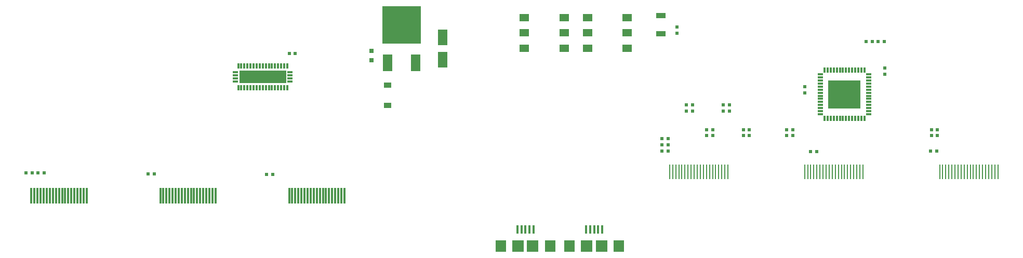
<source format=gtp>
%TF.GenerationSoftware,Altium Limited,Altium Designer,24.10.1 (45)*%
G04 Layer_Color=8421504*
%FSLAX45Y45*%
%MOMM*%
%TF.SameCoordinates,079BFE04-B767-4AA5-AD7D-3EA92BFB1467*%
%TF.FilePolarity,Positive*%
%TF.FileFunction,Paste,Top*%
%TF.Part,Single*%
G01*
G75*
%TA.AperFunction,SMDPad,CuDef*%
%ADD11R,1.60000X0.90000*%
%ADD12R,0.50000X0.60000*%
%ADD13R,0.80000X0.80000*%
%ADD14R,0.50000X0.50000*%
%ADD15R,1.60000X2.60000*%
%ADD16R,1.50000X2.80000*%
%ADD17R,6.30000X6.10000*%
%ADD18R,1.22000X0.91000*%
%ADD19R,0.30000X0.90000*%
%ADD20R,0.90000X0.30000*%
%ADD21R,5.30000X4.60000*%
%ADD22R,0.30000X0.85000*%
%ADD23R,0.85000X0.30000*%
%ADD24R,7.65000X2.15000*%
%ADD25R,1.90000X1.90000*%
%ADD26R,1.80000X1.90000*%
%ADD27R,0.40000X1.35000*%
%ADD28R,1.50000X1.20000*%
%ADD29R,0.30000X2.60000*%
%ADD30R,0.28000X2.40000*%
%ADD31R,0.50000X0.50000*%
%ADD32R,0.60000X0.50000*%
D11*
X10910000Y3955000D02*
D03*
Y3665000D02*
D03*
D12*
X14550000Y3535000D02*
D03*
X14450000D02*
D03*
X4580000Y1370000D02*
D03*
X4480000D02*
D03*
X560000Y1390000D02*
D03*
X660000D02*
D03*
X860000D02*
D03*
X760000D02*
D03*
X2650000Y1380000D02*
D03*
X2550000D02*
D03*
X15300000Y1750000D02*
D03*
X15400000D02*
D03*
X10927499Y1950000D02*
D03*
X11027499D02*
D03*
X10927499Y1850000D02*
D03*
X11027499D02*
D03*
X13350000Y1740000D02*
D03*
X13450000D02*
D03*
X11027499Y1750000D02*
D03*
X10927499D02*
D03*
X14350000Y3535000D02*
D03*
X14250000D02*
D03*
D13*
X6190000Y3230000D02*
D03*
Y3380000D02*
D03*
D14*
X14555009Y3099995D02*
D03*
Y2999995D02*
D03*
X13250011Y2699995D02*
D03*
Y2799995D02*
D03*
X12959990Y2100005D02*
D03*
Y2000005D02*
D03*
X13059990Y2100005D02*
D03*
Y2000005D02*
D03*
X12350000Y2100000D02*
D03*
Y2000000D02*
D03*
X12250000Y2100000D02*
D03*
Y2000000D02*
D03*
X12025000Y2500000D02*
D03*
Y2400000D02*
D03*
X11925000Y2500000D02*
D03*
Y2400000D02*
D03*
X11750000Y2100000D02*
D03*
Y2000000D02*
D03*
X11650000Y2100000D02*
D03*
Y2000000D02*
D03*
X11425000Y2500000D02*
D03*
Y2400000D02*
D03*
X11325020Y2499990D02*
D03*
Y2399990D02*
D03*
D15*
X7350000Y3600000D02*
D03*
Y3240000D02*
D03*
D16*
X6456400Y3185000D02*
D03*
X6913600D02*
D03*
D17*
X6685000Y3810000D02*
D03*
D18*
X6450000Y2823500D02*
D03*
Y2496500D02*
D03*
D19*
X14224998Y3070000D02*
D03*
X14175000D02*
D03*
X14125000D02*
D03*
X14075000D02*
D03*
X14025000D02*
D03*
X13975000D02*
D03*
X13925000Y3069999D02*
D03*
X13875000D02*
D03*
X13825000Y3070000D02*
D03*
X13775000D02*
D03*
X13725000D02*
D03*
X13675000D02*
D03*
X13625000D02*
D03*
X13575000D02*
D03*
Y2280000D02*
D03*
X13625000D02*
D03*
X13675000D02*
D03*
X13725000D02*
D03*
X13775000D02*
D03*
X13825000D02*
D03*
X13875000Y2280000D02*
D03*
X13925000D02*
D03*
X13975000Y2280000D02*
D03*
X14025000D02*
D03*
X14075000D02*
D03*
X14125000D02*
D03*
X14175000D02*
D03*
X14224998D02*
D03*
D20*
X13505000Y3000000D02*
D03*
Y2950000D02*
D03*
Y2900000D02*
D03*
Y2850000D02*
D03*
Y2800000D02*
D03*
Y2750000D02*
D03*
X13505000Y2700000D02*
D03*
Y2650000D02*
D03*
X13505000Y2600000D02*
D03*
Y2550000D02*
D03*
Y2500000D02*
D03*
Y2450000D02*
D03*
Y2400000D02*
D03*
Y2350000D02*
D03*
X14295000D02*
D03*
Y2400000D02*
D03*
Y2450000D02*
D03*
Y2500000D02*
D03*
Y2550000D02*
D03*
Y2600000D02*
D03*
X14295000Y2650000D02*
D03*
Y2700000D02*
D03*
X14295000Y2750000D02*
D03*
Y2800000D02*
D03*
Y2850000D02*
D03*
Y2900000D02*
D03*
Y2950000D02*
D03*
Y3000000D02*
D03*
D21*
X13900000Y2675000D02*
D03*
D22*
X4820000Y3140000D02*
D03*
X4770000D02*
D03*
X4720000D02*
D03*
X4670000D02*
D03*
X4620000D02*
D03*
X4570000D02*
D03*
X4520000D02*
D03*
X4470000D02*
D03*
X4420000D02*
D03*
X4370000D02*
D03*
X4320000D02*
D03*
X4270000D02*
D03*
X4220000D02*
D03*
X4170000D02*
D03*
X4120000D02*
D03*
X4070000D02*
D03*
X4020000D02*
D03*
Y2780000D02*
D03*
X4070000D02*
D03*
X4120000D02*
D03*
X4170000D02*
D03*
X4220000D02*
D03*
X4270000D02*
D03*
X4320000D02*
D03*
X4370000D02*
D03*
X4420000D02*
D03*
X4470000D02*
D03*
X4520000D02*
D03*
X4570000D02*
D03*
X4620000D02*
D03*
X4670000D02*
D03*
X4720000D02*
D03*
X4770000D02*
D03*
X4820000D02*
D03*
D23*
X3975000Y3035000D02*
D03*
Y2985000D02*
D03*
Y2935000D02*
D03*
Y2885000D02*
D03*
X4865000D02*
D03*
Y2935000D02*
D03*
Y2985000D02*
D03*
Y3035000D02*
D03*
D24*
X4420000Y2960000D02*
D03*
D25*
X8580000Y200000D02*
D03*
X8820000D02*
D03*
X9700000D02*
D03*
X9940000D02*
D03*
D26*
X8300000D02*
D03*
X9100000D02*
D03*
X9420000D02*
D03*
X10220000D02*
D03*
D27*
X8570000Y467500D02*
D03*
X8830000D02*
D03*
X8635000D02*
D03*
X8700000D02*
D03*
X8765000D02*
D03*
X9690000D02*
D03*
X9950000D02*
D03*
X9755000D02*
D03*
X9820000D02*
D03*
X9885000D02*
D03*
D28*
X9710000Y3425000D02*
D03*
Y3675000D02*
D03*
Y3925000D02*
D03*
X10360000Y3425000D02*
D03*
Y3675000D02*
D03*
Y3925000D02*
D03*
X8685000Y3425000D02*
D03*
Y3675000D02*
D03*
Y3925000D02*
D03*
X9335000Y3425000D02*
D03*
Y3675000D02*
D03*
Y3925000D02*
D03*
D29*
X2750000Y1023500D02*
D03*
X2800000D02*
D03*
X2850000D02*
D03*
X2900000D02*
D03*
X2950000D02*
D03*
X3000000D02*
D03*
X3050000D02*
D03*
X3100000D02*
D03*
X3150000D02*
D03*
X3200000D02*
D03*
X3250000D02*
D03*
X3300000D02*
D03*
X3350000D02*
D03*
X3400000D02*
D03*
X3450000D02*
D03*
X3500000D02*
D03*
X3550000D02*
D03*
X3600000D02*
D03*
X3650000D02*
D03*
X4850000D02*
D03*
X4900000D02*
D03*
X4950000D02*
D03*
X5000000D02*
D03*
X5050000D02*
D03*
X5100000D02*
D03*
X5150000D02*
D03*
X5200000D02*
D03*
X5250000D02*
D03*
X5300000D02*
D03*
X5350000D02*
D03*
X5400000D02*
D03*
X5450000D02*
D03*
X5500000D02*
D03*
X5550000D02*
D03*
X5600000D02*
D03*
X5650000D02*
D03*
X5700000D02*
D03*
X5750000D02*
D03*
X650000D02*
D03*
X700000D02*
D03*
X750000D02*
D03*
X800000D02*
D03*
X850000D02*
D03*
X900000D02*
D03*
X950000D02*
D03*
X1000000D02*
D03*
X1050000D02*
D03*
X1100000D02*
D03*
X1150000D02*
D03*
X1200000D02*
D03*
X1250000D02*
D03*
X1300000D02*
D03*
X1350000D02*
D03*
X1400000D02*
D03*
X1450000D02*
D03*
X1500000D02*
D03*
X1550000D02*
D03*
D30*
X12000000Y1408000D02*
D03*
X11950000D02*
D03*
X11900000D02*
D03*
X11850000D02*
D03*
X11800000D02*
D03*
X11750000D02*
D03*
X11700000D02*
D03*
X11650000D02*
D03*
X11600000D02*
D03*
X11550000D02*
D03*
X11500000D02*
D03*
X11450000D02*
D03*
X11400000D02*
D03*
X11350000D02*
D03*
X11300000D02*
D03*
X11250000D02*
D03*
X11200000D02*
D03*
X11150000D02*
D03*
X11100000D02*
D03*
X11050000D02*
D03*
X15450000D02*
D03*
X15499998D02*
D03*
X15550000D02*
D03*
X15600000D02*
D03*
X15649998D02*
D03*
X15700000D02*
D03*
X15749998D02*
D03*
X15800000D02*
D03*
X15850000D02*
D03*
X15899998D02*
D03*
X15950000D02*
D03*
X15999998D02*
D03*
X16050000D02*
D03*
X16100000D02*
D03*
X16149998D02*
D03*
X16200000D02*
D03*
X16250000D02*
D03*
X16300000D02*
D03*
X16350000D02*
D03*
X16399998D02*
D03*
X13250000D02*
D03*
X13300000D02*
D03*
X13350000D02*
D03*
X13400000D02*
D03*
X13450000D02*
D03*
X13500000D02*
D03*
X13550000D02*
D03*
X13600000D02*
D03*
X13650000D02*
D03*
X13700000D02*
D03*
X13750000D02*
D03*
X13800000D02*
D03*
X13850000D02*
D03*
X13900000D02*
D03*
X13950000D02*
D03*
X14000000D02*
D03*
X14050000D02*
D03*
X14100000D02*
D03*
X14150000D02*
D03*
X14200000D02*
D03*
D31*
X4950005Y3340010D02*
D03*
X4850005D02*
D03*
X15414995Y2099990D02*
D03*
X15314995D02*
D03*
X15414999Y2000000D02*
D03*
X15314999D02*
D03*
D32*
X11170000Y3770000D02*
D03*
Y3670000D02*
D03*
%TF.MD5,b6ac726ebfbb491c3de52ca5adb01e21*%
M02*

</source>
